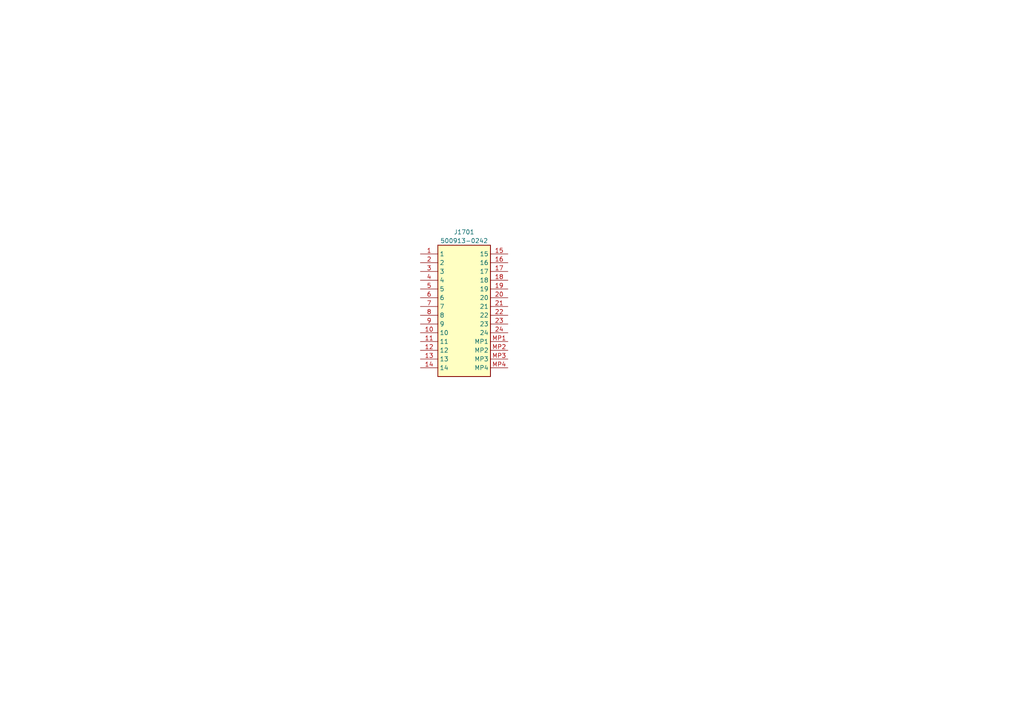
<source format=kicad_sch>
(kicad_sch (version 20230121) (generator eeschema)
  (paper "A4")
  (title_block (title "Watch Expansion Connector") (rev "2"))
  (lib_symbols
    (symbol "500913-0242:500913-0242"
      (property "Reference" "J" (at 21.59 7.62 0))
      (property "Value" "500913-0242" (at 21.59 5.08 0))
      (symbol "500913-0242_1_1"
        (rectangle (start 5.08 2.54) (end 20.32 -35.56) (stroke (width 0.254)) (fill (type background)))
        (pin passive line (at 0 0 0) (length 5.08) (name "1") (number "1"))
        (pin passive line (at 0 -22.86 0) (length 5.08) (name "10") (number "10"))
        (pin passive line (at 0 -25.4 0) (length 5.08) (name "11") (number "11"))
        (pin passive line (at 0 -27.94 0) (length 5.08) (name "12") (number "12"))
        (pin passive line (at 0 -30.48 0) (length 5.08) (name "13") (number "13"))
        (pin passive line (at 0 -33.02 0) (length 5.08) (name "14") (number "14"))
        (pin passive line (at 25.4 0 180) (length 5.08) (name "15") (number "15"))
        (pin passive line (at 25.4 -2.54 180) (length 5.08) (name "16") (number "16"))
        (pin passive line (at 25.4 -5.08 180) (length 5.08) (name "17") (number "17"))
        (pin passive line (at 25.4 -7.62 180) (length 5.08) (name "18") (number "18"))
        (pin passive line (at 25.4 -10.16 180) (length 5.08) (name "19") (number "19"))
        (pin passive line (at 0 -2.54 0) (length 5.08) (name "2") (number "2"))
        (pin passive line (at 25.4 -12.7 180) (length 5.08) (name "20") (number "20"))
        (pin passive line (at 25.4 -15.24 180) (length 5.08) (name "21") (number "21"))
        (pin passive line (at 25.4 -17.78 180) (length 5.08) (name "22") (number "22"))
        (pin passive line (at 25.4 -20.32 180) (length 5.08) (name "23") (number "23"))
        (pin passive line (at 25.4 -22.86 180) (length 5.08) (name "24") (number "24"))
        (pin passive line (at 0 -5.08 0) (length 5.08) (name "3") (number "3"))
        (pin passive line (at 0 -7.62 0) (length 5.08) (name "4") (number "4"))
        (pin passive line (at 0 -10.16 0) (length 5.08) (name "5") (number "5"))
        (pin passive line (at 0 -12.7 0) (length 5.08) (name "6") (number "6"))
        (pin passive line (at 0 -15.24 0) (length 5.08) (name "7") (number "7"))
        (pin passive line (at 0 -17.78 0) (length 5.08) (name "8") (number "8"))
        (pin passive line (at 0 -20.32 0) (length 5.08) (name "9") (number "9"))
        (pin passive line (at 25.4 -25.4 180) (length 5.08) (name "MP1") (number "MP1"))
        (pin passive line (at 25.4 -27.94 180) (length 5.08) (name "MP2") (number "MP2"))
        (pin passive line (at 25.4 -30.48 180) (length 5.08) (name "MP3") (number "MP3"))
        (pin passive line (at 25.4 -33.02 180) (length 5.08) (name "MP4") (number "MP4"))
      )
    )
  )
  (symbol (lib_id "500913-0242:500913-0242") (at 121.92 73.66 0) (unit 1)
    (property "Reference" "J1701" (at 134.62 67.31 0))
    (property "Value" "500913-0242" (at 134.62 69.85 0))
    (property "Footprint" "5009130242" (effects hide))
    (property "Datasheet" "https://www.mouser.de/ProductDetail/Molex/500913-0242?qs=%2Fha2pyFaduhb2EHIDvmhxeksXfnpcAcROSESsGEvlX%2FsACZMxcrsPQ%3D%3D" (effects hide))
    (property "Height" "2" (effects hide))
    (property "Mouser Part Number" "538-500913-0242" (effects hide))
    (property "Mouser Price/Stock" "https://www.mouser.co.uk/ProductDetail/Molex/500913-0242?qs=0XEC3CxQBhD%252BcvuHeRVqxQ%3D%3D" (effects hide))
    (property "Manufacturer_Name" "Molex" (effects hide))
    (property "Manufacturer_Part_Number" "500913-0242" (effects hide))
  )
)
</source>
